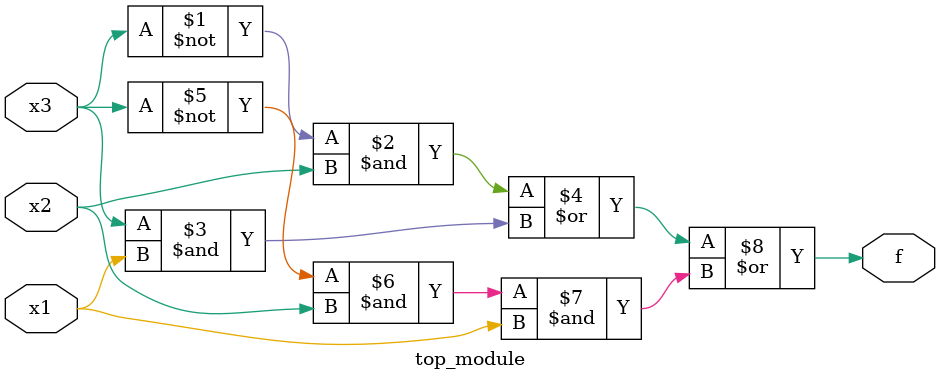
<source format=sv>
module top_module (
    input x3,
    input x2,
    input x1,
    output f
);

    assign f = (~x3 & x2) | (x3 & x1) | (~x3 & x2 & x1);

endmodule

</source>
